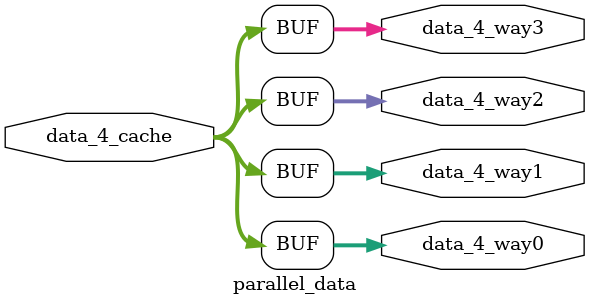
<source format=sv>
module parallel_data(
    input logic [255:0] data_4_cache,
    output logic [255:0] data_4_way0,
    output logic [255:0] data_4_way1,
    output logic [255:0] data_4_way2,
    output logic [255:0] data_4_way3
);

    always_comb begin
        data_4_way0 = data_4_cache;
        data_4_way1 = data_4_cache;
        data_4_way2 = data_4_cache;
        data_4_way3 = data_4_cache;
    end

endmodule : parallel_data
</source>
